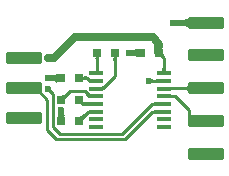
<source format=gtl>
G04*
G04 #@! TF.GenerationSoftware,Altium Limited,Altium Designer,24.4.1 (13)*
G04*
G04 Layer_Physical_Order=1*
G04 Layer_Color=255*
%FSLAX25Y25*%
%MOIN*%
G70*
G04*
G04 #@! TF.SameCoordinates,AA9B8025-BE10-49C8-B8BA-64AABDCBB2E5*
G04*
G04*
G04 #@! TF.FilePolarity,Positive*
G04*
G01*
G75*
%ADD13R,0.03150X0.03150*%
%ADD14R,0.04575X0.01200*%
G04:AMPARAMS|DCode=15|XSize=39.37mil|YSize=118.11mil|CornerRadius=4.92mil|HoleSize=0mil|Usage=FLASHONLY|Rotation=90.000|XOffset=0mil|YOffset=0mil|HoleType=Round|Shape=RoundedRectangle|*
%AMROUNDEDRECTD15*
21,1,0.03937,0.10827,0,0,90.0*
21,1,0.02953,0.11811,0,0,90.0*
1,1,0.00984,0.05413,0.01476*
1,1,0.00984,0.05413,-0.01476*
1,1,0.00984,-0.05413,-0.01476*
1,1,0.00984,-0.05413,0.01476*
%
%ADD15ROUNDEDRECTD15*%
%ADD18C,0.01000*%
%ADD19C,0.01968*%
%ADD20C,0.02756*%
%ADD21C,0.02362*%
G36*
X63208Y40159D02*
X63123Y40130D01*
X63048Y40080D01*
X62983Y40009D01*
X62928Y39919D01*
X62883Y39810D01*
X62848Y39680D01*
X62823Y39529D01*
X62808Y39360D01*
X62803Y39169D01*
X61803D01*
X61798Y39360D01*
X61783Y39529D01*
X61758Y39680D01*
X61723Y39810D01*
X61678Y39919D01*
X61623Y40009D01*
X61558Y40080D01*
X61483Y40130D01*
X61398Y40159D01*
X61303Y40170D01*
X63303D01*
X63208Y40159D01*
D02*
G37*
G36*
X62808Y36337D02*
X62823Y36165D01*
X62848Y36013D01*
X62883Y35881D01*
X62928Y35770D01*
X62983Y35679D01*
X63048Y35608D01*
X63123Y35557D01*
X63208Y35527D01*
X63303Y35517D01*
X61303D01*
X61398Y35527D01*
X61483Y35557D01*
X61558Y35608D01*
X61623Y35679D01*
X61678Y35770D01*
X61723Y35881D01*
X61758Y36013D01*
X61783Y36165D01*
X61798Y36337D01*
X61803Y36529D01*
X62803D01*
X62808Y36337D01*
D02*
G37*
G36*
X48733Y31803D02*
X48713Y31913D01*
X48654Y32012D01*
X48555Y32098D01*
X48417Y32174D01*
X48240Y32237D01*
X48024Y32289D01*
X47768Y32330D01*
X47473Y32359D01*
X46764Y32382D01*
Y34350D01*
X47138Y34356D01*
X47768Y34402D01*
X48024Y34443D01*
X48240Y34495D01*
X48417Y34559D01*
X48555Y34634D01*
X48654Y34721D01*
X48713Y34819D01*
X48733Y34929D01*
Y31803D01*
D02*
G37*
G36*
X57762Y34271D02*
X57792Y34186D01*
X57843Y34111D01*
X57914Y34046D01*
X58005Y33991D01*
X58116Y33946D01*
X58248Y33911D01*
X58399Y33886D01*
X58571Y33871D01*
X58764Y33866D01*
Y33146D01*
X59299Y33677D01*
X59509Y33475D01*
X59881Y33158D01*
X60045Y33042D01*
X60194Y32956D01*
X60328Y32899D01*
X60447Y32870D01*
X60551Y32870D01*
X60640Y32900D01*
X60714Y32958D01*
X59650Y31794D01*
X59639Y31827D01*
X59607Y31879D01*
X59554Y31950D01*
X59385Y32148D01*
X58791Y32770D01*
X58697Y32864D01*
X58571Y32861D01*
X58399Y32846D01*
X58248Y32821D01*
X58116Y32786D01*
X58005Y32741D01*
X57914Y32686D01*
X57843Y32621D01*
X57792Y32546D01*
X57762Y32461D01*
X57752Y32366D01*
Y34366D01*
X57762Y34271D01*
D02*
G37*
G36*
X65261Y30414D02*
X64201Y29235D01*
X63137Y30399D01*
X63210Y30341D01*
X63299Y30311D01*
X63403Y30311D01*
X63522Y30340D01*
X63656Y30397D01*
X63805Y30483D01*
X63969Y30599D01*
X64148Y30743D01*
X64551Y31118D01*
X65261Y30414D01*
D02*
G37*
G36*
X47051Y29425D02*
X47063Y29334D01*
X47084Y29243D01*
X47114Y29153D01*
X47152Y29064D01*
X47200Y28975D01*
X47256Y28886D01*
X47321Y28798D01*
X47395Y28711D01*
X47477Y28623D01*
X46770Y27916D01*
X46683Y27999D01*
X46595Y28073D01*
X46507Y28138D01*
X46419Y28194D01*
X46330Y28241D01*
X46240Y28280D01*
X46150Y28310D01*
X46060Y28331D01*
X45969Y28343D01*
X45878Y28346D01*
X47047Y29516D01*
X47051Y29425D01*
D02*
G37*
G36*
X52565Y27645D02*
X52366Y27439D01*
X52052Y27070D01*
X51938Y26907D01*
X51852Y26759D01*
X51794Y26624D01*
X51765Y26504D01*
X51764Y26399D01*
X51791Y26308D01*
X51846Y26231D01*
X50444Y27634D01*
X50521Y27578D01*
X50612Y27551D01*
X50717Y27552D01*
X50837Y27582D01*
X50971Y27639D01*
X51120Y27725D01*
X51283Y27840D01*
X51460Y27983D01*
X51858Y28353D01*
X52565Y27645D01*
D02*
G37*
G36*
X43631Y29391D02*
X43604Y29300D01*
X43605Y29195D01*
X43634Y29075D01*
X43692Y28941D01*
X43778Y28792D01*
X43893Y28629D01*
X44035Y28452D01*
X44405Y28054D01*
X43698Y27347D01*
X43492Y27546D01*
X43123Y27859D01*
X42960Y27974D01*
X42811Y28060D01*
X42677Y28117D01*
X42557Y28147D01*
X42452Y28148D01*
X42361Y28121D01*
X42284Y28066D01*
X43686Y29468D01*
X43631Y29391D01*
D02*
G37*
G36*
X59500Y28357D02*
X59873Y28039D01*
X60037Y27924D01*
X60186Y27837D01*
X60320Y27780D01*
X60439Y27751D01*
X60543Y27752D01*
X60631Y27781D01*
X60705Y27840D01*
X59650Y26676D01*
X59639Y26707D01*
X59607Y26758D01*
X59554Y26827D01*
X59385Y27023D01*
X58589Y27846D01*
X59291Y28559D01*
X59500Y28357D01*
D02*
G37*
G36*
X57763Y25610D02*
X57794Y25525D01*
X57845Y25450D01*
X57916Y25385D01*
X58007Y25330D01*
X58118Y25285D01*
X58250Y25250D01*
X58401Y25225D01*
X58572Y25210D01*
X58746Y25205D01*
X58840Y25206D01*
X59560Y25248D01*
X59610Y25261D01*
X59640Y25276D01*
X59650Y25293D01*
Y24117D01*
X59640Y24134D01*
X59610Y24148D01*
X59560Y24162D01*
X59490Y24173D01*
X59400Y24183D01*
X59010Y24201D01*
X58650Y24205D01*
Y24241D01*
X57764Y24520D01*
X57752Y25705D01*
X57763Y25610D01*
D02*
G37*
G36*
X51285Y22182D02*
X51332Y21579D01*
X51372Y21335D01*
X51424Y21128D01*
X51488Y20958D01*
X51563Y20827D01*
X51650Y20733D01*
X51748Y20676D01*
X51858Y20657D01*
X48733D01*
X48842Y20676D01*
X48941Y20733D01*
X49027Y20827D01*
X49103Y20958D01*
X49166Y21128D01*
X49218Y21335D01*
X49259Y21579D01*
X49288Y21862D01*
X49311Y22539D01*
X51279D01*
X51285Y22182D01*
D02*
G37*
G36*
X58471Y20657D02*
X58271Y20451D01*
X57958Y20082D01*
X57844Y19919D01*
X57758Y19770D01*
X57700Y19636D01*
X57670Y19516D01*
X57669Y19411D01*
X57696Y19320D01*
X57752Y19243D01*
X56349Y20645D01*
X56426Y20590D01*
X56517Y20563D01*
X56623Y20564D01*
X56743Y20594D01*
X56877Y20651D01*
X57025Y20737D01*
X57188Y20852D01*
X57366Y20994D01*
X57764Y21364D01*
X58471Y20657D01*
D02*
G37*
G36*
X92666Y49969D02*
X92545Y50126D01*
X92404Y50267D01*
X92243Y50391D01*
X92062Y50499D01*
X91861Y50590D01*
X91640Y50665D01*
X91398Y50723D01*
X91137Y50764D01*
X90855Y50789D01*
X90554Y50797D01*
Y52766D01*
X90853Y52774D01*
X91133Y52800D01*
X91393Y52842D01*
X91633Y52901D01*
X91854Y52978D01*
X92056Y53071D01*
X92238Y53181D01*
X92400Y53308D01*
X92542Y53453D01*
X92666Y53614D01*
Y49969D01*
D02*
G37*
G36*
X84059Y44820D02*
X84116Y43973D01*
X84150Y43766D01*
X84193Y43596D01*
X84242Y43464D01*
X84299Y43370D01*
X84364Y43314D01*
X84437Y43295D01*
X81311D01*
X81309Y43314D01*
X81307Y43370D01*
X81299Y45177D01*
X84055D01*
X84059Y44820D01*
D02*
G37*
G36*
X75406Y40170D02*
X75386Y40279D01*
X75327Y40378D01*
X75229Y40465D01*
X75091Y40540D01*
X74914Y40603D01*
X74697Y40655D01*
X74441Y40696D01*
X74146Y40725D01*
X73437Y40748D01*
Y42717D01*
X73811Y42722D01*
X74441Y42769D01*
X74697Y42809D01*
X74914Y42861D01*
X75091Y42925D01*
X75229Y43000D01*
X75327Y43087D01*
X75386Y43185D01*
X75406Y43295D01*
Y40170D01*
D02*
G37*
G36*
X84270Y41733D02*
X84356Y41375D01*
X84410Y41210D01*
X84471Y41056D01*
X84539Y40911D01*
X84615Y40775D01*
X84698Y40650D01*
X84788Y40534D01*
X84885Y40428D01*
X84178Y39721D01*
X84072Y39819D01*
X83956Y39909D01*
X83831Y39992D01*
X83696Y40067D01*
X83551Y40136D01*
X83396Y40197D01*
X83232Y40250D01*
X83057Y40297D01*
X82679Y40368D01*
X84238Y41927D01*
X84270Y41733D01*
D02*
G37*
G36*
X69114Y40159D02*
X69029Y40130D01*
X68954Y40080D01*
X68889Y40009D01*
X68834Y39919D01*
X68789Y39810D01*
X68754Y39680D01*
X68729Y39529D01*
X68714Y39360D01*
X68709Y39169D01*
X67709D01*
X67704Y39360D01*
X67689Y39529D01*
X67664Y39680D01*
X67629Y39810D01*
X67584Y39919D01*
X67529Y40009D01*
X67464Y40080D01*
X67389Y40130D01*
X67304Y40159D01*
X67209Y40170D01*
X69209D01*
X69114Y40159D01*
D02*
G37*
G36*
X85036Y36337D02*
X85052Y36165D01*
X85076Y36013D01*
X85111Y35881D01*
X85157Y35770D01*
X85211Y35679D01*
X85277Y35608D01*
X85352Y35557D01*
X85436Y35527D01*
X85532Y35517D01*
X83531D01*
X83627Y35527D01*
X83711Y35557D01*
X83786Y35608D01*
X83851Y35679D01*
X83907Y35770D01*
X83951Y35881D01*
X83987Y36013D01*
X84012Y36165D01*
X84026Y36337D01*
X84031Y36529D01*
X85031D01*
X85036Y36337D01*
D02*
G37*
G36*
X80504Y33085D02*
X80579Y33032D01*
X80659Y32985D01*
X80745Y32945D01*
X80837Y32911D01*
X80934Y32883D01*
X81037Y32861D01*
X81146Y32845D01*
X81260Y32836D01*
X81353Y32833D01*
X81446Y32834D01*
X82096Y32882D01*
X82166Y32900D01*
X82216Y32921D01*
X82246Y32944D01*
X82256Y32970D01*
Y31794D01*
X82246Y31801D01*
X82216Y31808D01*
X82166Y31814D01*
X82006Y31823D01*
X81373Y31831D01*
X81306Y31829D01*
X81192Y31819D01*
X81084Y31802D01*
X80983Y31778D01*
X80887Y31748D01*
X80798Y31710D01*
X80715Y31666D01*
X80638Y31615D01*
X80568Y31557D01*
X80503Y31492D01*
X80434Y33145D01*
X80504Y33085D01*
D02*
G37*
G36*
X86817Y30409D02*
X86847Y30408D01*
X87807Y30402D01*
Y29402D01*
X87617Y29400D01*
X87057Y29360D01*
X86967Y29342D01*
X86897Y29320D01*
X86847Y29295D01*
X86817Y29267D01*
X86807Y29235D01*
Y30411D01*
X86817Y30409D01*
D02*
G37*
G36*
X92534Y28902D02*
X92524Y28997D01*
X92494Y29082D01*
X92443Y29157D01*
X92372Y29222D01*
X92281Y29277D01*
X92170Y29322D01*
X92038Y29357D01*
X91887Y29382D01*
X91715Y29397D01*
X91522Y29402D01*
Y30402D01*
X91715Y30407D01*
X91887Y30422D01*
X92038Y30447D01*
X92170Y30482D01*
X92281Y30527D01*
X92372Y30582D01*
X92443Y30647D01*
X92494Y30722D01*
X92524Y30807D01*
X92534Y30902D01*
Y28902D01*
D02*
G37*
G36*
X86817Y27835D02*
X86847Y27820D01*
X86897Y27807D01*
X86967Y27795D01*
X87057Y27786D01*
X87447Y27767D01*
X87807Y27764D01*
Y26764D01*
X87617Y26763D01*
X86897Y26721D01*
X86847Y26708D01*
X86817Y26693D01*
X86807Y26676D01*
Y27852D01*
X86817Y27835D01*
D02*
G37*
G36*
X82256Y24117D02*
X82246Y24133D01*
X82216Y24148D01*
X82166Y24162D01*
X82096Y24173D01*
X82006Y24183D01*
X81616Y24201D01*
X81256Y24205D01*
Y25205D01*
X81446Y25206D01*
X82166Y25248D01*
X82216Y25261D01*
X82246Y25276D01*
X82256Y25293D01*
Y24117D01*
D02*
G37*
G36*
Y21558D02*
X81256Y21546D01*
Y22546D01*
X81446Y22548D01*
X81896Y22576D01*
X82006Y22593D01*
X82096Y22613D01*
X82166Y22638D01*
X82216Y22666D01*
X82246Y22698D01*
X82256Y22734D01*
Y21558D01*
D02*
G37*
G36*
X93544Y21831D02*
X93559Y21645D01*
X93584Y21483D01*
X93619Y21346D01*
X93664Y21233D01*
X93719Y21144D01*
X93784Y21079D01*
X93859Y21038D01*
X93944Y21021D01*
X94039Y21029D01*
X92559Y20739D01*
X92556Y20742D01*
X92552Y20765D01*
X92549Y20807D01*
X92540Y21304D01*
X92539Y21637D01*
X93539Y22041D01*
X93544Y21831D01*
D02*
G37*
D13*
X68209Y41732D02*
D03*
X62303D02*
D03*
X82874D02*
D03*
X76968D02*
D03*
X56201Y19094D02*
D03*
X50295D02*
D03*
X56201Y26083D02*
D03*
X50295D02*
D03*
X56201Y33366D02*
D03*
X50295D02*
D03*
D14*
X84531Y34941D02*
D03*
Y32382D02*
D03*
Y29823D02*
D03*
Y27264D02*
D03*
Y24705D02*
D03*
Y22146D02*
D03*
Y19587D02*
D03*
Y17028D02*
D03*
X61925D02*
D03*
Y19587D02*
D03*
Y22146D02*
D03*
Y24705D02*
D03*
Y27264D02*
D03*
Y29823D02*
D03*
Y32382D02*
D03*
Y34941D02*
D03*
D15*
X37795Y20020D02*
D03*
Y30020D02*
D03*
Y40020D02*
D03*
X98425Y40886D02*
D03*
Y29980D02*
D03*
Y19075D02*
D03*
Y8169D02*
D03*
Y51791D02*
D03*
D18*
X82874Y41732D02*
X84531Y40075D01*
Y34941D02*
Y40075D01*
X79675Y32333D02*
X84482D01*
X84531Y32382D01*
X79626Y32283D02*
X79675Y32333D01*
X47512Y17019D02*
Y27882D01*
X45866Y29528D02*
X47512Y27882D01*
X41732Y30020D02*
X45710Y26042D01*
Y15904D02*
Y26042D01*
X37795Y30020D02*
X41732D01*
X48622Y12992D02*
X71457D01*
X45710Y15904D02*
X48622Y12992D01*
X47512Y17019D02*
X49830Y14701D01*
X70705D01*
X71457Y12992D02*
X80510Y22046D01*
X70705Y14701D02*
X80709Y24705D01*
X80510Y22046D02*
X84431D01*
X80709Y24705D02*
X84531D01*
X57579Y24705D02*
X61925D01*
X56201Y26083D02*
X57579Y24705D01*
X84610Y29902D02*
X98347D01*
X84531Y29823D02*
X84610Y29902D01*
X98347D02*
X98425Y29980D01*
X88319Y27264D02*
X93039Y22543D01*
Y20543D02*
X94508Y19075D01*
X98425D01*
X84531Y27264D02*
X88319D01*
X93039Y20543D02*
Y22543D01*
X61925Y34941D02*
X62203D01*
X62303Y35041D02*
Y41732D01*
X62203Y34941D02*
X62303Y35041D01*
X64063Y29923D02*
X68209Y34069D01*
X62025Y29923D02*
X64063D01*
X61925Y29823D02*
X62025Y29923D01*
X68209Y34069D02*
Y41732D01*
X58903Y33366D02*
X59787Y32482D01*
X61825D02*
X61925Y32382D01*
X56201Y33366D02*
X58903D01*
X59787Y32482D02*
X61825D01*
Y27364D02*
X61925Y27264D01*
X59779Y27364D02*
X61825D01*
X58276Y28866D02*
X59779Y27364D01*
X53079Y28866D02*
X58276D01*
X50295Y26083D02*
X53079Y28866D01*
X59152Y22046D02*
X61825D01*
X61925Y22146D01*
X56201Y19094D02*
X59152Y22046D01*
X84431D02*
X84531Y22146D01*
D19*
X76968Y41732D02*
X76968Y41732D01*
X72736Y41732D02*
X76968D01*
X87402Y51772D02*
X87411Y51781D01*
X98415D02*
X98425Y51791D01*
X87411Y51781D02*
X98415D01*
X45866Y33366D02*
X50295D01*
X50295Y19094D02*
Y22539D01*
X50295Y19094D02*
X50295Y19094D01*
D20*
X82677Y41929D02*
X82874Y41732D01*
X82677Y41929D02*
Y45177D01*
X80807Y47047D02*
X82677Y45177D01*
X54921Y47047D02*
X80807D01*
X45866Y40059D02*
X47933D01*
X54921Y47047D01*
D21*
X79626Y32283D02*
D03*
X72736Y41732D02*
D03*
X87402Y51772D02*
D03*
X45866Y40059D02*
D03*
Y33366D02*
D03*
X50295Y22539D02*
D03*
X45866Y29528D02*
D03*
M02*

</source>
